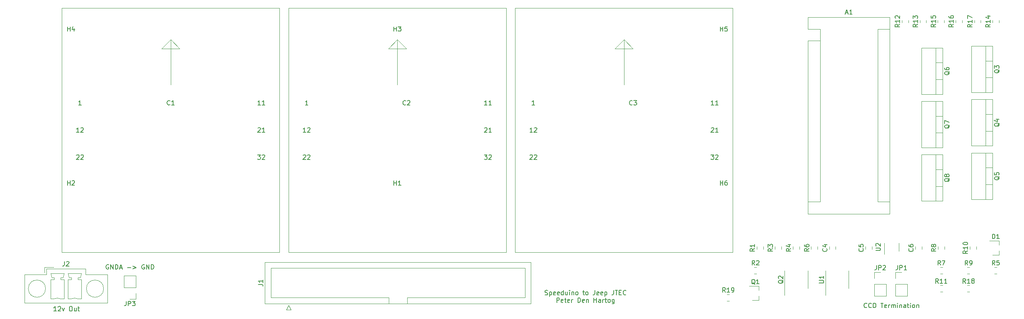
<source format=gbr>
%TF.GenerationSoftware,KiCad,Pcbnew,(5.1.6)-1*%
%TF.CreationDate,2021-10-09T12:03:34-05:00*%
%TF.ProjectId,Jeep JTEC,4a656570-204a-4544-9543-2e6b69636164,rev?*%
%TF.SameCoordinates,Original*%
%TF.FileFunction,Legend,Top*%
%TF.FilePolarity,Positive*%
%FSLAX46Y46*%
G04 Gerber Fmt 4.6, Leading zero omitted, Abs format (unit mm)*
G04 Created by KiCad (PCBNEW (5.1.6)-1) date 2021-10-09 12:03:34*
%MOMM*%
%LPD*%
G01*
G04 APERTURE LIST*
%ADD10C,0.150000*%
%ADD11C,0.120000*%
G04 APERTURE END LIST*
D10*
X223571428Y-128107142D02*
X223523809Y-128154761D01*
X223380952Y-128202380D01*
X223285714Y-128202380D01*
X223142857Y-128154761D01*
X223047619Y-128059523D01*
X223000000Y-127964285D01*
X222952380Y-127773809D01*
X222952380Y-127630952D01*
X223000000Y-127440476D01*
X223047619Y-127345238D01*
X223142857Y-127250000D01*
X223285714Y-127202380D01*
X223380952Y-127202380D01*
X223523809Y-127250000D01*
X223571428Y-127297619D01*
X224571428Y-128107142D02*
X224523809Y-128154761D01*
X224380952Y-128202380D01*
X224285714Y-128202380D01*
X224142857Y-128154761D01*
X224047619Y-128059523D01*
X224000000Y-127964285D01*
X223952380Y-127773809D01*
X223952380Y-127630952D01*
X224000000Y-127440476D01*
X224047619Y-127345238D01*
X224142857Y-127250000D01*
X224285714Y-127202380D01*
X224380952Y-127202380D01*
X224523809Y-127250000D01*
X224571428Y-127297619D01*
X225000000Y-128202380D02*
X225000000Y-127202380D01*
X225238095Y-127202380D01*
X225380952Y-127250000D01*
X225476190Y-127345238D01*
X225523809Y-127440476D01*
X225571428Y-127630952D01*
X225571428Y-127773809D01*
X225523809Y-127964285D01*
X225476190Y-128059523D01*
X225380952Y-128154761D01*
X225238095Y-128202380D01*
X225000000Y-128202380D01*
X226619047Y-127202380D02*
X227190476Y-127202380D01*
X226904761Y-128202380D02*
X226904761Y-127202380D01*
X227904761Y-128154761D02*
X227809523Y-128202380D01*
X227619047Y-128202380D01*
X227523809Y-128154761D01*
X227476190Y-128059523D01*
X227476190Y-127678571D01*
X227523809Y-127583333D01*
X227619047Y-127535714D01*
X227809523Y-127535714D01*
X227904761Y-127583333D01*
X227952380Y-127678571D01*
X227952380Y-127773809D01*
X227476190Y-127869047D01*
X228380952Y-128202380D02*
X228380952Y-127535714D01*
X228380952Y-127726190D02*
X228428571Y-127630952D01*
X228476190Y-127583333D01*
X228571428Y-127535714D01*
X228666666Y-127535714D01*
X229000000Y-128202380D02*
X229000000Y-127535714D01*
X229000000Y-127630952D02*
X229047619Y-127583333D01*
X229142857Y-127535714D01*
X229285714Y-127535714D01*
X229380952Y-127583333D01*
X229428571Y-127678571D01*
X229428571Y-128202380D01*
X229428571Y-127678571D02*
X229476190Y-127583333D01*
X229571428Y-127535714D01*
X229714285Y-127535714D01*
X229809523Y-127583333D01*
X229857142Y-127678571D01*
X229857142Y-128202380D01*
X230333333Y-128202380D02*
X230333333Y-127535714D01*
X230333333Y-127202380D02*
X230285714Y-127250000D01*
X230333333Y-127297619D01*
X230380952Y-127250000D01*
X230333333Y-127202380D01*
X230333333Y-127297619D01*
X230809523Y-127535714D02*
X230809523Y-128202380D01*
X230809523Y-127630952D02*
X230857142Y-127583333D01*
X230952380Y-127535714D01*
X231095238Y-127535714D01*
X231190476Y-127583333D01*
X231238095Y-127678571D01*
X231238095Y-128202380D01*
X232142857Y-128202380D02*
X232142857Y-127678571D01*
X232095238Y-127583333D01*
X232000000Y-127535714D01*
X231809523Y-127535714D01*
X231714285Y-127583333D01*
X232142857Y-128154761D02*
X232047619Y-128202380D01*
X231809523Y-128202380D01*
X231714285Y-128154761D01*
X231666666Y-128059523D01*
X231666666Y-127964285D01*
X231714285Y-127869047D01*
X231809523Y-127821428D01*
X232047619Y-127821428D01*
X232142857Y-127773809D01*
X232476190Y-127535714D02*
X232857142Y-127535714D01*
X232619047Y-127202380D02*
X232619047Y-128059523D01*
X232666666Y-128154761D01*
X232761904Y-128202380D01*
X232857142Y-128202380D01*
X233190476Y-128202380D02*
X233190476Y-127535714D01*
X233190476Y-127202380D02*
X233142857Y-127250000D01*
X233190476Y-127297619D01*
X233238095Y-127250000D01*
X233190476Y-127202380D01*
X233190476Y-127297619D01*
X233809523Y-128202380D02*
X233714285Y-128154761D01*
X233666666Y-128107142D01*
X233619047Y-128011904D01*
X233619047Y-127726190D01*
X233666666Y-127630952D01*
X233714285Y-127583333D01*
X233809523Y-127535714D01*
X233952380Y-127535714D01*
X234047619Y-127583333D01*
X234095238Y-127630952D01*
X234142857Y-127726190D01*
X234142857Y-128011904D01*
X234095238Y-128107142D01*
X234047619Y-128154761D01*
X233952380Y-128202380D01*
X233809523Y-128202380D01*
X234571428Y-127535714D02*
X234571428Y-128202380D01*
X234571428Y-127630952D02*
X234619047Y-127583333D01*
X234714285Y-127535714D01*
X234857142Y-127535714D01*
X234952380Y-127583333D01*
X235000000Y-127678571D01*
X235000000Y-128202380D01*
X152571428Y-125329761D02*
X152714285Y-125377380D01*
X152952380Y-125377380D01*
X153047619Y-125329761D01*
X153095238Y-125282142D01*
X153142857Y-125186904D01*
X153142857Y-125091666D01*
X153095238Y-124996428D01*
X153047619Y-124948809D01*
X152952380Y-124901190D01*
X152761904Y-124853571D01*
X152666666Y-124805952D01*
X152619047Y-124758333D01*
X152571428Y-124663095D01*
X152571428Y-124567857D01*
X152619047Y-124472619D01*
X152666666Y-124425000D01*
X152761904Y-124377380D01*
X153000000Y-124377380D01*
X153142857Y-124425000D01*
X153571428Y-124710714D02*
X153571428Y-125710714D01*
X153571428Y-124758333D02*
X153666666Y-124710714D01*
X153857142Y-124710714D01*
X153952380Y-124758333D01*
X154000000Y-124805952D01*
X154047619Y-124901190D01*
X154047619Y-125186904D01*
X154000000Y-125282142D01*
X153952380Y-125329761D01*
X153857142Y-125377380D01*
X153666666Y-125377380D01*
X153571428Y-125329761D01*
X154857142Y-125329761D02*
X154761904Y-125377380D01*
X154571428Y-125377380D01*
X154476190Y-125329761D01*
X154428571Y-125234523D01*
X154428571Y-124853571D01*
X154476190Y-124758333D01*
X154571428Y-124710714D01*
X154761904Y-124710714D01*
X154857142Y-124758333D01*
X154904761Y-124853571D01*
X154904761Y-124948809D01*
X154428571Y-125044047D01*
X155714285Y-125329761D02*
X155619047Y-125377380D01*
X155428571Y-125377380D01*
X155333333Y-125329761D01*
X155285714Y-125234523D01*
X155285714Y-124853571D01*
X155333333Y-124758333D01*
X155428571Y-124710714D01*
X155619047Y-124710714D01*
X155714285Y-124758333D01*
X155761904Y-124853571D01*
X155761904Y-124948809D01*
X155285714Y-125044047D01*
X156619047Y-125377380D02*
X156619047Y-124377380D01*
X156619047Y-125329761D02*
X156523809Y-125377380D01*
X156333333Y-125377380D01*
X156238095Y-125329761D01*
X156190476Y-125282142D01*
X156142857Y-125186904D01*
X156142857Y-124901190D01*
X156190476Y-124805952D01*
X156238095Y-124758333D01*
X156333333Y-124710714D01*
X156523809Y-124710714D01*
X156619047Y-124758333D01*
X157523809Y-124710714D02*
X157523809Y-125377380D01*
X157095238Y-124710714D02*
X157095238Y-125234523D01*
X157142857Y-125329761D01*
X157238095Y-125377380D01*
X157380952Y-125377380D01*
X157476190Y-125329761D01*
X157523809Y-125282142D01*
X158000000Y-125377380D02*
X158000000Y-124710714D01*
X158000000Y-124377380D02*
X157952380Y-124425000D01*
X158000000Y-124472619D01*
X158047619Y-124425000D01*
X158000000Y-124377380D01*
X158000000Y-124472619D01*
X158476190Y-124710714D02*
X158476190Y-125377380D01*
X158476190Y-124805952D02*
X158523809Y-124758333D01*
X158619047Y-124710714D01*
X158761904Y-124710714D01*
X158857142Y-124758333D01*
X158904761Y-124853571D01*
X158904761Y-125377380D01*
X159523809Y-125377380D02*
X159428571Y-125329761D01*
X159380952Y-125282142D01*
X159333333Y-125186904D01*
X159333333Y-124901190D01*
X159380952Y-124805952D01*
X159428571Y-124758333D01*
X159523809Y-124710714D01*
X159666666Y-124710714D01*
X159761904Y-124758333D01*
X159809523Y-124805952D01*
X159857142Y-124901190D01*
X159857142Y-125186904D01*
X159809523Y-125282142D01*
X159761904Y-125329761D01*
X159666666Y-125377380D01*
X159523809Y-125377380D01*
X160904761Y-124710714D02*
X161285714Y-124710714D01*
X161047619Y-124377380D02*
X161047619Y-125234523D01*
X161095238Y-125329761D01*
X161190476Y-125377380D01*
X161285714Y-125377380D01*
X161761904Y-125377380D02*
X161666666Y-125329761D01*
X161619047Y-125282142D01*
X161571428Y-125186904D01*
X161571428Y-124901190D01*
X161619047Y-124805952D01*
X161666666Y-124758333D01*
X161761904Y-124710714D01*
X161904761Y-124710714D01*
X162000000Y-124758333D01*
X162047619Y-124805952D01*
X162095238Y-124901190D01*
X162095238Y-125186904D01*
X162047619Y-125282142D01*
X162000000Y-125329761D01*
X161904761Y-125377380D01*
X161761904Y-125377380D01*
X163571428Y-124377380D02*
X163571428Y-125091666D01*
X163523809Y-125234523D01*
X163428571Y-125329761D01*
X163285714Y-125377380D01*
X163190476Y-125377380D01*
X164428571Y-125329761D02*
X164333333Y-125377380D01*
X164142857Y-125377380D01*
X164047619Y-125329761D01*
X164000000Y-125234523D01*
X164000000Y-124853571D01*
X164047619Y-124758333D01*
X164142857Y-124710714D01*
X164333333Y-124710714D01*
X164428571Y-124758333D01*
X164476190Y-124853571D01*
X164476190Y-124948809D01*
X164000000Y-125044047D01*
X165285714Y-125329761D02*
X165190476Y-125377380D01*
X165000000Y-125377380D01*
X164904761Y-125329761D01*
X164857142Y-125234523D01*
X164857142Y-124853571D01*
X164904761Y-124758333D01*
X165000000Y-124710714D01*
X165190476Y-124710714D01*
X165285714Y-124758333D01*
X165333333Y-124853571D01*
X165333333Y-124948809D01*
X164857142Y-125044047D01*
X165761904Y-124710714D02*
X165761904Y-125710714D01*
X165761904Y-124758333D02*
X165857142Y-124710714D01*
X166047619Y-124710714D01*
X166142857Y-124758333D01*
X166190476Y-124805952D01*
X166238095Y-124901190D01*
X166238095Y-125186904D01*
X166190476Y-125282142D01*
X166142857Y-125329761D01*
X166047619Y-125377380D01*
X165857142Y-125377380D01*
X165761904Y-125329761D01*
X167714285Y-124377380D02*
X167714285Y-125091666D01*
X167666666Y-125234523D01*
X167571428Y-125329761D01*
X167428571Y-125377380D01*
X167333333Y-125377380D01*
X168047619Y-124377380D02*
X168619047Y-124377380D01*
X168333333Y-125377380D02*
X168333333Y-124377380D01*
X168952380Y-124853571D02*
X169285714Y-124853571D01*
X169428571Y-125377380D02*
X168952380Y-125377380D01*
X168952380Y-124377380D01*
X169428571Y-124377380D01*
X170428571Y-125282142D02*
X170380952Y-125329761D01*
X170238095Y-125377380D01*
X170142857Y-125377380D01*
X170000000Y-125329761D01*
X169904761Y-125234523D01*
X169857142Y-125139285D01*
X169809523Y-124948809D01*
X169809523Y-124805952D01*
X169857142Y-124615476D01*
X169904761Y-124520238D01*
X170000000Y-124425000D01*
X170142857Y-124377380D01*
X170238095Y-124377380D01*
X170380952Y-124425000D01*
X170428571Y-124472619D01*
X155166666Y-127027380D02*
X155166666Y-126027380D01*
X155547619Y-126027380D01*
X155642857Y-126075000D01*
X155690476Y-126122619D01*
X155738095Y-126217857D01*
X155738095Y-126360714D01*
X155690476Y-126455952D01*
X155642857Y-126503571D01*
X155547619Y-126551190D01*
X155166666Y-126551190D01*
X156547619Y-126979761D02*
X156452380Y-127027380D01*
X156261904Y-127027380D01*
X156166666Y-126979761D01*
X156119047Y-126884523D01*
X156119047Y-126503571D01*
X156166666Y-126408333D01*
X156261904Y-126360714D01*
X156452380Y-126360714D01*
X156547619Y-126408333D01*
X156595238Y-126503571D01*
X156595238Y-126598809D01*
X156119047Y-126694047D01*
X156880952Y-126360714D02*
X157261904Y-126360714D01*
X157023809Y-126027380D02*
X157023809Y-126884523D01*
X157071428Y-126979761D01*
X157166666Y-127027380D01*
X157261904Y-127027380D01*
X157976190Y-126979761D02*
X157880952Y-127027380D01*
X157690476Y-127027380D01*
X157595238Y-126979761D01*
X157547619Y-126884523D01*
X157547619Y-126503571D01*
X157595238Y-126408333D01*
X157690476Y-126360714D01*
X157880952Y-126360714D01*
X157976190Y-126408333D01*
X158023809Y-126503571D01*
X158023809Y-126598809D01*
X157547619Y-126694047D01*
X158452380Y-127027380D02*
X158452380Y-126360714D01*
X158452380Y-126551190D02*
X158500000Y-126455952D01*
X158547619Y-126408333D01*
X158642857Y-126360714D01*
X158738095Y-126360714D01*
X159833333Y-127027380D02*
X159833333Y-126027380D01*
X160071428Y-126027380D01*
X160214285Y-126075000D01*
X160309523Y-126170238D01*
X160357142Y-126265476D01*
X160404761Y-126455952D01*
X160404761Y-126598809D01*
X160357142Y-126789285D01*
X160309523Y-126884523D01*
X160214285Y-126979761D01*
X160071428Y-127027380D01*
X159833333Y-127027380D01*
X161214285Y-126979761D02*
X161119047Y-127027380D01*
X160928571Y-127027380D01*
X160833333Y-126979761D01*
X160785714Y-126884523D01*
X160785714Y-126503571D01*
X160833333Y-126408333D01*
X160928571Y-126360714D01*
X161119047Y-126360714D01*
X161214285Y-126408333D01*
X161261904Y-126503571D01*
X161261904Y-126598809D01*
X160785714Y-126694047D01*
X161690476Y-126360714D02*
X161690476Y-127027380D01*
X161690476Y-126455952D02*
X161738095Y-126408333D01*
X161833333Y-126360714D01*
X161976190Y-126360714D01*
X162071428Y-126408333D01*
X162119047Y-126503571D01*
X162119047Y-127027380D01*
X163357142Y-127027380D02*
X163357142Y-126027380D01*
X163357142Y-126503571D02*
X163928571Y-126503571D01*
X163928571Y-127027380D02*
X163928571Y-126027380D01*
X164833333Y-127027380D02*
X164833333Y-126503571D01*
X164785714Y-126408333D01*
X164690476Y-126360714D01*
X164500000Y-126360714D01*
X164404761Y-126408333D01*
X164833333Y-126979761D02*
X164738095Y-127027380D01*
X164500000Y-127027380D01*
X164404761Y-126979761D01*
X164357142Y-126884523D01*
X164357142Y-126789285D01*
X164404761Y-126694047D01*
X164500000Y-126646428D01*
X164738095Y-126646428D01*
X164833333Y-126598809D01*
X165309523Y-127027380D02*
X165309523Y-126360714D01*
X165309523Y-126551190D02*
X165357142Y-126455952D01*
X165404761Y-126408333D01*
X165500000Y-126360714D01*
X165595238Y-126360714D01*
X165785714Y-126360714D02*
X166166666Y-126360714D01*
X165928571Y-126027380D02*
X165928571Y-126884523D01*
X165976190Y-126979761D01*
X166071428Y-127027380D01*
X166166666Y-127027380D01*
X166642857Y-127027380D02*
X166547619Y-126979761D01*
X166500000Y-126932142D01*
X166452380Y-126836904D01*
X166452380Y-126551190D01*
X166500000Y-126455952D01*
X166547619Y-126408333D01*
X166642857Y-126360714D01*
X166785714Y-126360714D01*
X166880952Y-126408333D01*
X166928571Y-126455952D01*
X166976190Y-126551190D01*
X166976190Y-126836904D01*
X166928571Y-126932142D01*
X166880952Y-126979761D01*
X166785714Y-127027380D01*
X166642857Y-127027380D01*
X167833333Y-126360714D02*
X167833333Y-127170238D01*
X167785714Y-127265476D01*
X167738095Y-127313095D01*
X167642857Y-127360714D01*
X167500000Y-127360714D01*
X167404761Y-127313095D01*
X167833333Y-126979761D02*
X167738095Y-127027380D01*
X167547619Y-127027380D01*
X167452380Y-126979761D01*
X167404761Y-126932142D01*
X167357142Y-126836904D01*
X167357142Y-126551190D01*
X167404761Y-126455952D01*
X167452380Y-126408333D01*
X167547619Y-126360714D01*
X167738095Y-126360714D01*
X167833333Y-126408333D01*
X44785714Y-128952380D02*
X44214285Y-128952380D01*
X44500000Y-128952380D02*
X44500000Y-127952380D01*
X44404761Y-128095238D01*
X44309523Y-128190476D01*
X44214285Y-128238095D01*
X45166666Y-128047619D02*
X45214285Y-128000000D01*
X45309523Y-127952380D01*
X45547619Y-127952380D01*
X45642857Y-128000000D01*
X45690476Y-128047619D01*
X45738095Y-128142857D01*
X45738095Y-128238095D01*
X45690476Y-128380952D01*
X45119047Y-128952380D01*
X45738095Y-128952380D01*
X46071428Y-128285714D02*
X46309523Y-128952380D01*
X46547619Y-128285714D01*
X47880952Y-127952380D02*
X48071428Y-127952380D01*
X48166666Y-128000000D01*
X48261904Y-128095238D01*
X48309523Y-128285714D01*
X48309523Y-128619047D01*
X48261904Y-128809523D01*
X48166666Y-128904761D01*
X48071428Y-128952380D01*
X47880952Y-128952380D01*
X47785714Y-128904761D01*
X47690476Y-128809523D01*
X47642857Y-128619047D01*
X47642857Y-128285714D01*
X47690476Y-128095238D01*
X47785714Y-128000000D01*
X47880952Y-127952380D01*
X49166666Y-128285714D02*
X49166666Y-128952380D01*
X48738095Y-128285714D02*
X48738095Y-128809523D01*
X48785714Y-128904761D01*
X48880952Y-128952380D01*
X49023809Y-128952380D01*
X49119047Y-128904761D01*
X49166666Y-128857142D01*
X49500000Y-128285714D02*
X49880952Y-128285714D01*
X49642857Y-127952380D02*
X49642857Y-128809523D01*
X49690476Y-128904761D01*
X49785714Y-128952380D01*
X49880952Y-128952380D01*
X56285714Y-118750000D02*
X56190476Y-118702380D01*
X56047619Y-118702380D01*
X55904761Y-118750000D01*
X55809523Y-118845238D01*
X55761904Y-118940476D01*
X55714285Y-119130952D01*
X55714285Y-119273809D01*
X55761904Y-119464285D01*
X55809523Y-119559523D01*
X55904761Y-119654761D01*
X56047619Y-119702380D01*
X56142857Y-119702380D01*
X56285714Y-119654761D01*
X56333333Y-119607142D01*
X56333333Y-119273809D01*
X56142857Y-119273809D01*
X56761904Y-119702380D02*
X56761904Y-118702380D01*
X57333333Y-119702380D01*
X57333333Y-118702380D01*
X57809523Y-119702380D02*
X57809523Y-118702380D01*
X58047619Y-118702380D01*
X58190476Y-118750000D01*
X58285714Y-118845238D01*
X58333333Y-118940476D01*
X58380952Y-119130952D01*
X58380952Y-119273809D01*
X58333333Y-119464285D01*
X58285714Y-119559523D01*
X58190476Y-119654761D01*
X58047619Y-119702380D01*
X57809523Y-119702380D01*
X58761904Y-119416666D02*
X59238095Y-119416666D01*
X58666666Y-119702380D02*
X59000000Y-118702380D01*
X59333333Y-119702380D01*
X60428571Y-119321428D02*
X61190476Y-119321428D01*
X61666666Y-119035714D02*
X62428571Y-119321428D01*
X61666666Y-119607142D01*
X64190476Y-118750000D02*
X64095238Y-118702380D01*
X63952380Y-118702380D01*
X63809523Y-118750000D01*
X63714285Y-118845238D01*
X63666666Y-118940476D01*
X63619047Y-119130952D01*
X63619047Y-119273809D01*
X63666666Y-119464285D01*
X63714285Y-119559523D01*
X63809523Y-119654761D01*
X63952380Y-119702380D01*
X64047619Y-119702380D01*
X64190476Y-119654761D01*
X64238095Y-119607142D01*
X64238095Y-119273809D01*
X64047619Y-119273809D01*
X64666666Y-119702380D02*
X64666666Y-118702380D01*
X65238095Y-119702380D01*
X65238095Y-118702380D01*
X65714285Y-119702380D02*
X65714285Y-118702380D01*
X65952380Y-118702380D01*
X66095238Y-118750000D01*
X66190476Y-118845238D01*
X66238095Y-118940476D01*
X66285714Y-119130952D01*
X66285714Y-119273809D01*
X66238095Y-119464285D01*
X66190476Y-119559523D01*
X66095238Y-119654761D01*
X65952380Y-119702380D01*
X65714285Y-119702380D01*
D11*
%TO.C,U2*%
X230610000Y-115720000D02*
X230610000Y-113920000D01*
X227390000Y-113920000D02*
X227390000Y-116370000D01*
%TO.C,R19*%
X192741422Y-125290000D02*
X193258578Y-125290000D01*
X192741422Y-126710000D02*
X193258578Y-126710000D01*
%TO.C,C1*%
X46000000Y-62000000D02*
X94000000Y-62000000D01*
X94000000Y-62000000D02*
X94000000Y-116000000D01*
X94000000Y-116000000D02*
X46000000Y-116000000D01*
X46000000Y-116000000D02*
X46000000Y-62000000D01*
X70000000Y-79000000D02*
X70000000Y-69000000D01*
X70000000Y-69000000D02*
X68000000Y-71000000D01*
X68000000Y-71000000D02*
X72000000Y-71000000D01*
X72000000Y-71000000D02*
X70000000Y-69000000D01*
%TO.C,C3*%
X146000000Y-62000000D02*
X194000000Y-62000000D01*
X194000000Y-62000000D02*
X194000000Y-116000000D01*
X194000000Y-116000000D02*
X146000000Y-116000000D01*
X146000000Y-116000000D02*
X146000000Y-62000000D01*
X170000000Y-79000000D02*
X170000000Y-69000000D01*
X170000000Y-69000000D02*
X168000000Y-71000000D01*
X168000000Y-71000000D02*
X172000000Y-71000000D01*
X172000000Y-71000000D02*
X170000000Y-69000000D01*
%TO.C,C2*%
X96000000Y-62000000D02*
X144000000Y-62000000D01*
X144000000Y-62000000D02*
X144000000Y-116000000D01*
X144000000Y-116000000D02*
X96000000Y-116000000D01*
X96000000Y-116000000D02*
X96000000Y-62000000D01*
X120000000Y-79000000D02*
X120000000Y-69000000D01*
X120000000Y-69000000D02*
X118000000Y-71000000D01*
X118000000Y-71000000D02*
X122000000Y-71000000D01*
X122000000Y-71000000D02*
X120000000Y-69000000D01*
%TO.C,JP3*%
X62330000Y-126330000D02*
X61000000Y-126330000D01*
X62330000Y-125000000D02*
X62330000Y-126330000D01*
X62330000Y-123730000D02*
X59670000Y-123730000D01*
X59670000Y-123730000D02*
X59670000Y-121130000D01*
X62330000Y-123730000D02*
X62330000Y-121130000D01*
X62330000Y-121130000D02*
X59670000Y-121130000D01*
%TO.C,J2*%
X42200000Y-119250000D02*
X44200000Y-119250000D01*
X42200000Y-120500000D02*
X42200000Y-119250000D01*
X50310000Y-126250000D02*
X49560000Y-126250000D01*
X50310000Y-121950000D02*
X50310000Y-126250000D01*
X49560000Y-121950000D02*
X50310000Y-121950000D01*
X49560000Y-121600000D02*
X49560000Y-121950000D01*
X50060000Y-121600000D02*
X49560000Y-121600000D01*
X50310000Y-120600000D02*
X50060000Y-121600000D01*
X47310000Y-120600000D02*
X50310000Y-120600000D01*
X47560000Y-121600000D02*
X47310000Y-120600000D01*
X48060000Y-121600000D02*
X47560000Y-121600000D01*
X48060000Y-121950000D02*
X48060000Y-121600000D01*
X47310000Y-121950000D02*
X48060000Y-121950000D01*
X47310000Y-126250000D02*
X47310000Y-121950000D01*
X48060000Y-126250000D02*
X47310000Y-126250000D01*
X46500000Y-126250000D02*
X45750000Y-126250000D01*
X46500000Y-121950000D02*
X46500000Y-126250000D01*
X45750000Y-121950000D02*
X46500000Y-121950000D01*
X45750000Y-121600000D02*
X45750000Y-121950000D01*
X46250000Y-121600000D02*
X45750000Y-121600000D01*
X46500000Y-120600000D02*
X46250000Y-121600000D01*
X43500000Y-120600000D02*
X46500000Y-120600000D01*
X43750000Y-121600000D02*
X43500000Y-120600000D01*
X44250000Y-121600000D02*
X43750000Y-121600000D01*
X44250000Y-121950000D02*
X44250000Y-121600000D01*
X43500000Y-121950000D02*
X44250000Y-121950000D01*
X43500000Y-126250000D02*
X43500000Y-121950000D01*
X44250000Y-126250000D02*
X43500000Y-126250000D01*
X37790000Y-120890000D02*
X37790000Y-127110000D01*
X42590000Y-120890000D02*
X37790000Y-120890000D01*
X42590000Y-119640000D02*
X42590000Y-120890000D01*
X51220000Y-119640000D02*
X42590000Y-119640000D01*
X51220000Y-120890000D02*
X51220000Y-119640000D01*
X56020000Y-120890000D02*
X51220000Y-120890000D01*
X56020000Y-127110000D02*
X56020000Y-120890000D01*
X37790000Y-127110000D02*
X56020000Y-127110000D01*
X55210000Y-124000000D02*
G75*
G03*
X55210000Y-124000000I-1900000J0D01*
G01*
X42400000Y-124000000D02*
G75*
G03*
X42400000Y-124000000I-1900000J0D01*
G01*
X49559647Y-126249845D02*
G75*
G03*
X48060000Y-126250000I-749647J-1700155D01*
G01*
X45749647Y-126249845D02*
G75*
G03*
X44250000Y-126250000I-749647J-1700155D01*
G01*
%TO.C,U1*%
X219560000Y-122000000D02*
X219560000Y-120050000D01*
X219560000Y-122000000D02*
X219560000Y-123950000D01*
X214440000Y-122000000D02*
X214440000Y-120050000D01*
X214440000Y-122000000D02*
X214440000Y-125450000D01*
%TO.C,R18*%
X245741422Y-123290000D02*
X246258578Y-123290000D01*
X245741422Y-124710000D02*
X246258578Y-124710000D01*
%TO.C,R17*%
X247290000Y-65258578D02*
X247290000Y-64741422D01*
X248710000Y-65258578D02*
X248710000Y-64741422D01*
%TO.C,R16*%
X243170000Y-65228578D02*
X243170000Y-64711422D01*
X244590000Y-65228578D02*
X244590000Y-64711422D01*
%TO.C,R15*%
X239220000Y-65228578D02*
X239220000Y-64711422D01*
X240640000Y-65228578D02*
X240640000Y-64711422D01*
%TO.C,R14*%
X251290000Y-65258578D02*
X251290000Y-64741422D01*
X252710000Y-65258578D02*
X252710000Y-64741422D01*
%TO.C,R13*%
X235270000Y-65228578D02*
X235270000Y-64711422D01*
X236690000Y-65228578D02*
X236690000Y-64711422D01*
%TO.C,R12*%
X231320000Y-65228578D02*
X231320000Y-64711422D01*
X232740000Y-65228578D02*
X232740000Y-64711422D01*
%TO.C,R11*%
X239741422Y-123290000D02*
X240258578Y-123290000D01*
X239741422Y-124710000D02*
X240258578Y-124710000D01*
%TO.C,R10*%
X246290000Y-115258578D02*
X246290000Y-114741422D01*
X247710000Y-115258578D02*
X247710000Y-114741422D01*
%TO.C,R9*%
X245741422Y-119290000D02*
X246258578Y-119290000D01*
X245741422Y-120710000D02*
X246258578Y-120710000D01*
%TO.C,R8*%
X239290000Y-115258578D02*
X239290000Y-114741422D01*
X240710000Y-115258578D02*
X240710000Y-114741422D01*
%TO.C,R7*%
X239741422Y-119290000D02*
X240258578Y-119290000D01*
X239741422Y-120710000D02*
X240258578Y-120710000D01*
%TO.C,R6*%
X211290000Y-115258578D02*
X211290000Y-114741422D01*
X212710000Y-115258578D02*
X212710000Y-114741422D01*
%TO.C,R5*%
X251741422Y-119290000D02*
X252258578Y-119290000D01*
X251741422Y-120710000D02*
X252258578Y-120710000D01*
%TO.C,R4*%
X207290000Y-115258578D02*
X207290000Y-114741422D01*
X208710000Y-115258578D02*
X208710000Y-114741422D01*
%TO.C,R3*%
X203290000Y-115258578D02*
X203290000Y-114741422D01*
X204710000Y-115258578D02*
X204710000Y-114741422D01*
%TO.C,R2*%
X198741422Y-119290000D02*
X199258578Y-119290000D01*
X198741422Y-120710000D02*
X199258578Y-120710000D01*
%TO.C,R1*%
X199290000Y-115258578D02*
X199290000Y-114741422D01*
X200710000Y-115258578D02*
X200710000Y-114741422D01*
%TO.C,Q8*%
X240270000Y-94420000D02*
X240270000Y-104660000D01*
X235629000Y-94420000D02*
X235629000Y-104660000D01*
X240270000Y-94420000D02*
X235629000Y-94420000D01*
X240270000Y-104660000D02*
X235629000Y-104660000D01*
X238760000Y-94420000D02*
X238760000Y-104660000D01*
X240270000Y-97690000D02*
X238760000Y-97690000D01*
X240270000Y-101391000D02*
X238760000Y-101391000D01*
%TO.C,Q7*%
X240270000Y-82620000D02*
X240270000Y-92860000D01*
X235629000Y-82620000D02*
X235629000Y-92860000D01*
X240270000Y-82620000D02*
X235629000Y-82620000D01*
X240270000Y-92860000D02*
X235629000Y-92860000D01*
X238760000Y-82620000D02*
X238760000Y-92860000D01*
X240270000Y-85890000D02*
X238760000Y-85890000D01*
X240270000Y-89591000D02*
X238760000Y-89591000D01*
%TO.C,Q6*%
X240270000Y-70820000D02*
X240270000Y-81060000D01*
X235629000Y-70820000D02*
X235629000Y-81060000D01*
X240270000Y-70820000D02*
X235629000Y-70820000D01*
X240270000Y-81060000D02*
X235629000Y-81060000D01*
X238760000Y-70820000D02*
X238760000Y-81060000D01*
X240270000Y-74090000D02*
X238760000Y-74090000D01*
X240270000Y-77791000D02*
X238760000Y-77791000D01*
%TO.C,Q5*%
X251270000Y-94020000D02*
X251270000Y-104260000D01*
X246629000Y-94020000D02*
X246629000Y-104260000D01*
X251270000Y-94020000D02*
X246629000Y-94020000D01*
X251270000Y-104260000D02*
X246629000Y-104260000D01*
X249760000Y-94020000D02*
X249760000Y-104260000D01*
X251270000Y-97290000D02*
X249760000Y-97290000D01*
X251270000Y-100991000D02*
X249760000Y-100991000D01*
%TO.C,Q4*%
X251270000Y-82220000D02*
X251270000Y-92460000D01*
X246629000Y-82220000D02*
X246629000Y-92460000D01*
X251270000Y-82220000D02*
X246629000Y-82220000D01*
X251270000Y-92460000D02*
X246629000Y-92460000D01*
X249760000Y-82220000D02*
X249760000Y-92460000D01*
X251270000Y-85490000D02*
X249760000Y-85490000D01*
X251270000Y-89191000D02*
X249760000Y-89191000D01*
%TO.C,Q3*%
X251270000Y-70420000D02*
X251270000Y-80660000D01*
X246629000Y-70420000D02*
X246629000Y-80660000D01*
X251270000Y-70420000D02*
X246629000Y-70420000D01*
X251270000Y-80660000D02*
X246629000Y-80660000D01*
X249760000Y-70420000D02*
X249760000Y-80660000D01*
X251270000Y-73690000D02*
X249760000Y-73690000D01*
X251270000Y-77391000D02*
X249760000Y-77391000D01*
%TO.C,Q2*%
X210560000Y-122000000D02*
X210560000Y-120050000D01*
X210560000Y-122000000D02*
X210560000Y-123950000D01*
X205440000Y-122000000D02*
X205440000Y-120050000D01*
X205440000Y-122000000D02*
X205440000Y-125450000D01*
%TO.C,Q1*%
X199760000Y-126580000D02*
X199760000Y-125650000D01*
X199760000Y-123420000D02*
X199760000Y-124350000D01*
X199760000Y-123420000D02*
X197600000Y-123420000D01*
X199760000Y-126580000D02*
X198300000Y-126580000D01*
%TO.C,JP2*%
X225210000Y-125610000D02*
X227870000Y-125610000D01*
X225210000Y-123010000D02*
X225210000Y-125610000D01*
X227870000Y-123010000D02*
X227870000Y-125610000D01*
X225210000Y-123010000D02*
X227870000Y-123010000D01*
X225210000Y-121740000D02*
X225210000Y-120410000D01*
X225210000Y-120410000D02*
X226540000Y-120410000D01*
%TO.C,JP1*%
X229860000Y-125610000D02*
X232520000Y-125610000D01*
X229860000Y-123010000D02*
X229860000Y-125610000D01*
X232520000Y-123010000D02*
X232520000Y-125610000D01*
X229860000Y-123010000D02*
X232520000Y-123010000D01*
X229860000Y-121740000D02*
X229860000Y-120410000D01*
X229860000Y-120410000D02*
X231190000Y-120410000D01*
%TO.C,J1*%
X90790000Y-127290000D02*
X90790000Y-118170000D01*
X90790000Y-118170000D02*
X149470000Y-118170000D01*
X149470000Y-118170000D02*
X149470000Y-127290000D01*
X149470000Y-127290000D02*
X90790000Y-127290000D01*
X118080000Y-127290000D02*
X118080000Y-125980000D01*
X118080000Y-125980000D02*
X92090000Y-125980000D01*
X92090000Y-125980000D02*
X92090000Y-119480000D01*
X92090000Y-119480000D02*
X148170000Y-119480000D01*
X148170000Y-119480000D02*
X148170000Y-125980000D01*
X148170000Y-125980000D02*
X122180000Y-125980000D01*
X122180000Y-125980000D02*
X122180000Y-125980000D01*
X122180000Y-125980000D02*
X122180000Y-127290000D01*
X96000000Y-127680000D02*
X95500000Y-128680000D01*
X95500000Y-128680000D02*
X96500000Y-128680000D01*
X96500000Y-128680000D02*
X96000000Y-127680000D01*
%TO.C,D1*%
X252760000Y-116580000D02*
X252760000Y-115650000D01*
X252760000Y-113420000D02*
X252760000Y-114350000D01*
X252760000Y-113420000D02*
X250600000Y-113420000D01*
X252760000Y-116580000D02*
X251300000Y-116580000D01*
%TO.C,C6*%
X234290000Y-115258578D02*
X234290000Y-114741422D01*
X235710000Y-115258578D02*
X235710000Y-114741422D01*
%TO.C,C5*%
X223290000Y-115258578D02*
X223290000Y-114741422D01*
X224710000Y-115258578D02*
X224710000Y-114741422D01*
%TO.C,C4*%
X215290000Y-115258578D02*
X215290000Y-114741422D01*
X216710000Y-115258578D02*
X216710000Y-114741422D01*
%TO.C,A1*%
X213270000Y-69270000D02*
X213270000Y-66730000D01*
X213270000Y-66730000D02*
X210600000Y-66730000D01*
X210600000Y-69270000D02*
X210600000Y-107500000D01*
X210600000Y-64060000D02*
X210600000Y-66730000D01*
X225970000Y-66730000D02*
X228640000Y-66730000D01*
X225970000Y-66730000D02*
X225970000Y-104830000D01*
X225970000Y-104830000D02*
X228640000Y-104830000D01*
X213270000Y-69270000D02*
X210600000Y-69270000D01*
X213270000Y-69270000D02*
X213270000Y-104830000D01*
X213270000Y-104830000D02*
X210600000Y-104830000D01*
X210600000Y-107500000D02*
X228640000Y-107500000D01*
X228640000Y-107500000D02*
X228640000Y-64060000D01*
X228640000Y-64060000D02*
X210600000Y-64060000D01*
%TO.C,U2*%
D10*
X225552380Y-115581904D02*
X226361904Y-115581904D01*
X226457142Y-115534285D01*
X226504761Y-115486666D01*
X226552380Y-115391428D01*
X226552380Y-115200952D01*
X226504761Y-115105714D01*
X226457142Y-115058095D01*
X226361904Y-115010476D01*
X225552380Y-115010476D01*
X225647619Y-114581904D02*
X225600000Y-114534285D01*
X225552380Y-114439047D01*
X225552380Y-114200952D01*
X225600000Y-114105714D01*
X225647619Y-114058095D01*
X225742857Y-114010476D01*
X225838095Y-114010476D01*
X225980952Y-114058095D01*
X226552380Y-114629523D01*
X226552380Y-114010476D01*
%TO.C,R19*%
X192357142Y-124802380D02*
X192023809Y-124326190D01*
X191785714Y-124802380D02*
X191785714Y-123802380D01*
X192166666Y-123802380D01*
X192261904Y-123850000D01*
X192309523Y-123897619D01*
X192357142Y-123992857D01*
X192357142Y-124135714D01*
X192309523Y-124230952D01*
X192261904Y-124278571D01*
X192166666Y-124326190D01*
X191785714Y-124326190D01*
X193309523Y-124802380D02*
X192738095Y-124802380D01*
X193023809Y-124802380D02*
X193023809Y-123802380D01*
X192928571Y-123945238D01*
X192833333Y-124040476D01*
X192738095Y-124088095D01*
X193785714Y-124802380D02*
X193976190Y-124802380D01*
X194071428Y-124754761D01*
X194119047Y-124707142D01*
X194214285Y-124564285D01*
X194261904Y-124373809D01*
X194261904Y-123992857D01*
X194214285Y-123897619D01*
X194166666Y-123850000D01*
X194071428Y-123802380D01*
X193880952Y-123802380D01*
X193785714Y-123850000D01*
X193738095Y-123897619D01*
X193690476Y-123992857D01*
X193690476Y-124230952D01*
X193738095Y-124326190D01*
X193785714Y-124373809D01*
X193880952Y-124421428D01*
X194071428Y-124421428D01*
X194166666Y-124373809D01*
X194214285Y-124326190D01*
X194261904Y-124230952D01*
%TO.C,C1*%
X69833333Y-83357142D02*
X69785714Y-83404761D01*
X69642857Y-83452380D01*
X69547619Y-83452380D01*
X69404761Y-83404761D01*
X69309523Y-83309523D01*
X69261904Y-83214285D01*
X69214285Y-83023809D01*
X69214285Y-82880952D01*
X69261904Y-82690476D01*
X69309523Y-82595238D01*
X69404761Y-82500000D01*
X69547619Y-82452380D01*
X69642857Y-82452380D01*
X69785714Y-82500000D01*
X69833333Y-82547619D01*
X70785714Y-83452380D02*
X70214285Y-83452380D01*
X70500000Y-83452380D02*
X70500000Y-82452380D01*
X70404761Y-82595238D01*
X70309523Y-82690476D01*
X70214285Y-82738095D01*
X50285714Y-83452380D02*
X49714285Y-83452380D01*
X50000000Y-83452380D02*
X50000000Y-82452380D01*
X49904761Y-82595238D01*
X49809523Y-82690476D01*
X49714285Y-82738095D01*
X89809523Y-83452380D02*
X89238095Y-83452380D01*
X89523809Y-83452380D02*
X89523809Y-82452380D01*
X89428571Y-82595238D01*
X89333333Y-82690476D01*
X89238095Y-82738095D01*
X90761904Y-83452380D02*
X90190476Y-83452380D01*
X90476190Y-83452380D02*
X90476190Y-82452380D01*
X90380952Y-82595238D01*
X90285714Y-82690476D01*
X90190476Y-82738095D01*
X49238095Y-94547619D02*
X49285714Y-94500000D01*
X49380952Y-94452380D01*
X49619047Y-94452380D01*
X49714285Y-94500000D01*
X49761904Y-94547619D01*
X49809523Y-94642857D01*
X49809523Y-94738095D01*
X49761904Y-94880952D01*
X49190476Y-95452380D01*
X49809523Y-95452380D01*
X50190476Y-94547619D02*
X50238095Y-94500000D01*
X50333333Y-94452380D01*
X50571428Y-94452380D01*
X50666666Y-94500000D01*
X50714285Y-94547619D01*
X50761904Y-94642857D01*
X50761904Y-94738095D01*
X50714285Y-94880952D01*
X50142857Y-95452380D01*
X50761904Y-95452380D01*
X89190476Y-94452380D02*
X89809523Y-94452380D01*
X89476190Y-94833333D01*
X89619047Y-94833333D01*
X89714285Y-94880952D01*
X89761904Y-94928571D01*
X89809523Y-95023809D01*
X89809523Y-95261904D01*
X89761904Y-95357142D01*
X89714285Y-95404761D01*
X89619047Y-95452380D01*
X89333333Y-95452380D01*
X89238095Y-95404761D01*
X89190476Y-95357142D01*
X90190476Y-94547619D02*
X90238095Y-94500000D01*
X90333333Y-94452380D01*
X90571428Y-94452380D01*
X90666666Y-94500000D01*
X90714285Y-94547619D01*
X90761904Y-94642857D01*
X90761904Y-94738095D01*
X90714285Y-94880952D01*
X90142857Y-95452380D01*
X90761904Y-95452380D01*
X49809523Y-89452380D02*
X49238095Y-89452380D01*
X49523809Y-89452380D02*
X49523809Y-88452380D01*
X49428571Y-88595238D01*
X49333333Y-88690476D01*
X49238095Y-88738095D01*
X50190476Y-88547619D02*
X50238095Y-88500000D01*
X50333333Y-88452380D01*
X50571428Y-88452380D01*
X50666666Y-88500000D01*
X50714285Y-88547619D01*
X50761904Y-88642857D01*
X50761904Y-88738095D01*
X50714285Y-88880952D01*
X50142857Y-89452380D01*
X50761904Y-89452380D01*
X89238095Y-88547619D02*
X89285714Y-88500000D01*
X89380952Y-88452380D01*
X89619047Y-88452380D01*
X89714285Y-88500000D01*
X89761904Y-88547619D01*
X89809523Y-88642857D01*
X89809523Y-88738095D01*
X89761904Y-88880952D01*
X89190476Y-89452380D01*
X89809523Y-89452380D01*
X90761904Y-89452380D02*
X90190476Y-89452380D01*
X90476190Y-89452380D02*
X90476190Y-88452380D01*
X90380952Y-88595238D01*
X90285714Y-88690476D01*
X90190476Y-88738095D01*
%TO.C,C3*%
X171833333Y-83357142D02*
X171785714Y-83404761D01*
X171642857Y-83452380D01*
X171547619Y-83452380D01*
X171404761Y-83404761D01*
X171309523Y-83309523D01*
X171261904Y-83214285D01*
X171214285Y-83023809D01*
X171214285Y-82880952D01*
X171261904Y-82690476D01*
X171309523Y-82595238D01*
X171404761Y-82500000D01*
X171547619Y-82452380D01*
X171642857Y-82452380D01*
X171785714Y-82500000D01*
X171833333Y-82547619D01*
X172166666Y-82452380D02*
X172785714Y-82452380D01*
X172452380Y-82833333D01*
X172595238Y-82833333D01*
X172690476Y-82880952D01*
X172738095Y-82928571D01*
X172785714Y-83023809D01*
X172785714Y-83261904D01*
X172738095Y-83357142D01*
X172690476Y-83404761D01*
X172595238Y-83452380D01*
X172309523Y-83452380D01*
X172214285Y-83404761D01*
X172166666Y-83357142D01*
X150285714Y-83452380D02*
X149714285Y-83452380D01*
X150000000Y-83452380D02*
X150000000Y-82452380D01*
X149904761Y-82595238D01*
X149809523Y-82690476D01*
X149714285Y-82738095D01*
X189809523Y-83452380D02*
X189238095Y-83452380D01*
X189523809Y-83452380D02*
X189523809Y-82452380D01*
X189428571Y-82595238D01*
X189333333Y-82690476D01*
X189238095Y-82738095D01*
X190761904Y-83452380D02*
X190190476Y-83452380D01*
X190476190Y-83452380D02*
X190476190Y-82452380D01*
X190380952Y-82595238D01*
X190285714Y-82690476D01*
X190190476Y-82738095D01*
X149238095Y-94547619D02*
X149285714Y-94500000D01*
X149380952Y-94452380D01*
X149619047Y-94452380D01*
X149714285Y-94500000D01*
X149761904Y-94547619D01*
X149809523Y-94642857D01*
X149809523Y-94738095D01*
X149761904Y-94880952D01*
X149190476Y-95452380D01*
X149809523Y-95452380D01*
X150190476Y-94547619D02*
X150238095Y-94500000D01*
X150333333Y-94452380D01*
X150571428Y-94452380D01*
X150666666Y-94500000D01*
X150714285Y-94547619D01*
X150761904Y-94642857D01*
X150761904Y-94738095D01*
X150714285Y-94880952D01*
X150142857Y-95452380D01*
X150761904Y-95452380D01*
X189190476Y-94452380D02*
X189809523Y-94452380D01*
X189476190Y-94833333D01*
X189619047Y-94833333D01*
X189714285Y-94880952D01*
X189761904Y-94928571D01*
X189809523Y-95023809D01*
X189809523Y-95261904D01*
X189761904Y-95357142D01*
X189714285Y-95404761D01*
X189619047Y-95452380D01*
X189333333Y-95452380D01*
X189238095Y-95404761D01*
X189190476Y-95357142D01*
X190190476Y-94547619D02*
X190238095Y-94500000D01*
X190333333Y-94452380D01*
X190571428Y-94452380D01*
X190666666Y-94500000D01*
X190714285Y-94547619D01*
X190761904Y-94642857D01*
X190761904Y-94738095D01*
X190714285Y-94880952D01*
X190142857Y-95452380D01*
X190761904Y-95452380D01*
X149809523Y-89452380D02*
X149238095Y-89452380D01*
X149523809Y-89452380D02*
X149523809Y-88452380D01*
X149428571Y-88595238D01*
X149333333Y-88690476D01*
X149238095Y-88738095D01*
X150190476Y-88547619D02*
X150238095Y-88500000D01*
X150333333Y-88452380D01*
X150571428Y-88452380D01*
X150666666Y-88500000D01*
X150714285Y-88547619D01*
X150761904Y-88642857D01*
X150761904Y-88738095D01*
X150714285Y-88880952D01*
X150142857Y-89452380D01*
X150761904Y-89452380D01*
X189238095Y-88547619D02*
X189285714Y-88500000D01*
X189380952Y-88452380D01*
X189619047Y-88452380D01*
X189714285Y-88500000D01*
X189761904Y-88547619D01*
X189809523Y-88642857D01*
X189809523Y-88738095D01*
X189761904Y-88880952D01*
X189190476Y-89452380D01*
X189809523Y-89452380D01*
X190761904Y-89452380D02*
X190190476Y-89452380D01*
X190476190Y-89452380D02*
X190476190Y-88452380D01*
X190380952Y-88595238D01*
X190285714Y-88690476D01*
X190190476Y-88738095D01*
%TO.C,C2*%
X121833333Y-83357142D02*
X121785714Y-83404761D01*
X121642857Y-83452380D01*
X121547619Y-83452380D01*
X121404761Y-83404761D01*
X121309523Y-83309523D01*
X121261904Y-83214285D01*
X121214285Y-83023809D01*
X121214285Y-82880952D01*
X121261904Y-82690476D01*
X121309523Y-82595238D01*
X121404761Y-82500000D01*
X121547619Y-82452380D01*
X121642857Y-82452380D01*
X121785714Y-82500000D01*
X121833333Y-82547619D01*
X122214285Y-82547619D02*
X122261904Y-82500000D01*
X122357142Y-82452380D01*
X122595238Y-82452380D01*
X122690476Y-82500000D01*
X122738095Y-82547619D01*
X122785714Y-82642857D01*
X122785714Y-82738095D01*
X122738095Y-82880952D01*
X122166666Y-83452380D01*
X122785714Y-83452380D01*
X100285714Y-83452380D02*
X99714285Y-83452380D01*
X100000000Y-83452380D02*
X100000000Y-82452380D01*
X99904761Y-82595238D01*
X99809523Y-82690476D01*
X99714285Y-82738095D01*
X139809523Y-83452380D02*
X139238095Y-83452380D01*
X139523809Y-83452380D02*
X139523809Y-82452380D01*
X139428571Y-82595238D01*
X139333333Y-82690476D01*
X139238095Y-82738095D01*
X140761904Y-83452380D02*
X140190476Y-83452380D01*
X140476190Y-83452380D02*
X140476190Y-82452380D01*
X140380952Y-82595238D01*
X140285714Y-82690476D01*
X140190476Y-82738095D01*
X99238095Y-94547619D02*
X99285714Y-94500000D01*
X99380952Y-94452380D01*
X99619047Y-94452380D01*
X99714285Y-94500000D01*
X99761904Y-94547619D01*
X99809523Y-94642857D01*
X99809523Y-94738095D01*
X99761904Y-94880952D01*
X99190476Y-95452380D01*
X99809523Y-95452380D01*
X100190476Y-94547619D02*
X100238095Y-94500000D01*
X100333333Y-94452380D01*
X100571428Y-94452380D01*
X100666666Y-94500000D01*
X100714285Y-94547619D01*
X100761904Y-94642857D01*
X100761904Y-94738095D01*
X100714285Y-94880952D01*
X100142857Y-95452380D01*
X100761904Y-95452380D01*
X139190476Y-94452380D02*
X139809523Y-94452380D01*
X139476190Y-94833333D01*
X139619047Y-94833333D01*
X139714285Y-94880952D01*
X139761904Y-94928571D01*
X139809523Y-95023809D01*
X139809523Y-95261904D01*
X139761904Y-95357142D01*
X139714285Y-95404761D01*
X139619047Y-95452380D01*
X139333333Y-95452380D01*
X139238095Y-95404761D01*
X139190476Y-95357142D01*
X140190476Y-94547619D02*
X140238095Y-94500000D01*
X140333333Y-94452380D01*
X140571428Y-94452380D01*
X140666666Y-94500000D01*
X140714285Y-94547619D01*
X140761904Y-94642857D01*
X140761904Y-94738095D01*
X140714285Y-94880952D01*
X140142857Y-95452380D01*
X140761904Y-95452380D01*
X99809523Y-89452380D02*
X99238095Y-89452380D01*
X99523809Y-89452380D02*
X99523809Y-88452380D01*
X99428571Y-88595238D01*
X99333333Y-88690476D01*
X99238095Y-88738095D01*
X100190476Y-88547619D02*
X100238095Y-88500000D01*
X100333333Y-88452380D01*
X100571428Y-88452380D01*
X100666666Y-88500000D01*
X100714285Y-88547619D01*
X100761904Y-88642857D01*
X100761904Y-88738095D01*
X100714285Y-88880952D01*
X100142857Y-89452380D01*
X100761904Y-89452380D01*
X139238095Y-88547619D02*
X139285714Y-88500000D01*
X139380952Y-88452380D01*
X139619047Y-88452380D01*
X139714285Y-88500000D01*
X139761904Y-88547619D01*
X139809523Y-88642857D01*
X139809523Y-88738095D01*
X139761904Y-88880952D01*
X139190476Y-89452380D01*
X139809523Y-89452380D01*
X140761904Y-89452380D02*
X140190476Y-89452380D01*
X140476190Y-89452380D02*
X140476190Y-88452380D01*
X140380952Y-88595238D01*
X140285714Y-88690476D01*
X140190476Y-88738095D01*
%TO.C,H6*%
X191238095Y-101152380D02*
X191238095Y-100152380D01*
X191238095Y-100628571D02*
X191809523Y-100628571D01*
X191809523Y-101152380D02*
X191809523Y-100152380D01*
X192714285Y-100152380D02*
X192523809Y-100152380D01*
X192428571Y-100200000D01*
X192380952Y-100247619D01*
X192285714Y-100390476D01*
X192238095Y-100580952D01*
X192238095Y-100961904D01*
X192285714Y-101057142D01*
X192333333Y-101104761D01*
X192428571Y-101152380D01*
X192619047Y-101152380D01*
X192714285Y-101104761D01*
X192761904Y-101057142D01*
X192809523Y-100961904D01*
X192809523Y-100723809D01*
X192761904Y-100628571D01*
X192714285Y-100580952D01*
X192619047Y-100533333D01*
X192428571Y-100533333D01*
X192333333Y-100580952D01*
X192285714Y-100628571D01*
X192238095Y-100723809D01*
%TO.C,H5*%
X191238095Y-67152380D02*
X191238095Y-66152380D01*
X191238095Y-66628571D02*
X191809523Y-66628571D01*
X191809523Y-67152380D02*
X191809523Y-66152380D01*
X192761904Y-66152380D02*
X192285714Y-66152380D01*
X192238095Y-66628571D01*
X192285714Y-66580952D01*
X192380952Y-66533333D01*
X192619047Y-66533333D01*
X192714285Y-66580952D01*
X192761904Y-66628571D01*
X192809523Y-66723809D01*
X192809523Y-66961904D01*
X192761904Y-67057142D01*
X192714285Y-67104761D01*
X192619047Y-67152380D01*
X192380952Y-67152380D01*
X192285714Y-67104761D01*
X192238095Y-67057142D01*
%TO.C,H4*%
X47238095Y-67152380D02*
X47238095Y-66152380D01*
X47238095Y-66628571D02*
X47809523Y-66628571D01*
X47809523Y-67152380D02*
X47809523Y-66152380D01*
X48714285Y-66485714D02*
X48714285Y-67152380D01*
X48476190Y-66104761D02*
X48238095Y-66819047D01*
X48857142Y-66819047D01*
%TO.C,H3*%
X119238095Y-67152380D02*
X119238095Y-66152380D01*
X119238095Y-66628571D02*
X119809523Y-66628571D01*
X119809523Y-67152380D02*
X119809523Y-66152380D01*
X120190476Y-66152380D02*
X120809523Y-66152380D01*
X120476190Y-66533333D01*
X120619047Y-66533333D01*
X120714285Y-66580952D01*
X120761904Y-66628571D01*
X120809523Y-66723809D01*
X120809523Y-66961904D01*
X120761904Y-67057142D01*
X120714285Y-67104761D01*
X120619047Y-67152380D01*
X120333333Y-67152380D01*
X120238095Y-67104761D01*
X120190476Y-67057142D01*
%TO.C,H2*%
X47238095Y-101152380D02*
X47238095Y-100152380D01*
X47238095Y-100628571D02*
X47809523Y-100628571D01*
X47809523Y-101152380D02*
X47809523Y-100152380D01*
X48238095Y-100247619D02*
X48285714Y-100200000D01*
X48380952Y-100152380D01*
X48619047Y-100152380D01*
X48714285Y-100200000D01*
X48761904Y-100247619D01*
X48809523Y-100342857D01*
X48809523Y-100438095D01*
X48761904Y-100580952D01*
X48190476Y-101152380D01*
X48809523Y-101152380D01*
%TO.C,H1*%
X119238095Y-101152380D02*
X119238095Y-100152380D01*
X119238095Y-100628571D02*
X119809523Y-100628571D01*
X119809523Y-101152380D02*
X119809523Y-100152380D01*
X120809523Y-101152380D02*
X120238095Y-101152380D01*
X120523809Y-101152380D02*
X120523809Y-100152380D01*
X120428571Y-100295238D01*
X120333333Y-100390476D01*
X120238095Y-100438095D01*
%TO.C,JP3*%
X60166666Y-126782380D02*
X60166666Y-127496666D01*
X60119047Y-127639523D01*
X60023809Y-127734761D01*
X59880952Y-127782380D01*
X59785714Y-127782380D01*
X60642857Y-127782380D02*
X60642857Y-126782380D01*
X61023809Y-126782380D01*
X61119047Y-126830000D01*
X61166666Y-126877619D01*
X61214285Y-126972857D01*
X61214285Y-127115714D01*
X61166666Y-127210952D01*
X61119047Y-127258571D01*
X61023809Y-127306190D01*
X60642857Y-127306190D01*
X61547619Y-126782380D02*
X62166666Y-126782380D01*
X61833333Y-127163333D01*
X61976190Y-127163333D01*
X62071428Y-127210952D01*
X62119047Y-127258571D01*
X62166666Y-127353809D01*
X62166666Y-127591904D01*
X62119047Y-127687142D01*
X62071428Y-127734761D01*
X61976190Y-127782380D01*
X61690476Y-127782380D01*
X61595238Y-127734761D01*
X61547619Y-127687142D01*
%TO.C,J2*%
X46566666Y-118002380D02*
X46566666Y-118716666D01*
X46519047Y-118859523D01*
X46423809Y-118954761D01*
X46280952Y-119002380D01*
X46185714Y-119002380D01*
X46995238Y-118097619D02*
X47042857Y-118050000D01*
X47138095Y-118002380D01*
X47376190Y-118002380D01*
X47471428Y-118050000D01*
X47519047Y-118097619D01*
X47566666Y-118192857D01*
X47566666Y-118288095D01*
X47519047Y-118430952D01*
X46947619Y-119002380D01*
X47566666Y-119002380D01*
%TO.C,U1*%
X213052380Y-122761904D02*
X213861904Y-122761904D01*
X213957142Y-122714285D01*
X214004761Y-122666666D01*
X214052380Y-122571428D01*
X214052380Y-122380952D01*
X214004761Y-122285714D01*
X213957142Y-122238095D01*
X213861904Y-122190476D01*
X213052380Y-122190476D01*
X214052380Y-121190476D02*
X214052380Y-121761904D01*
X214052380Y-121476190D02*
X213052380Y-121476190D01*
X213195238Y-121571428D01*
X213290476Y-121666666D01*
X213338095Y-121761904D01*
%TO.C,R18*%
X245357142Y-122802380D02*
X245023809Y-122326190D01*
X244785714Y-122802380D02*
X244785714Y-121802380D01*
X245166666Y-121802380D01*
X245261904Y-121850000D01*
X245309523Y-121897619D01*
X245357142Y-121992857D01*
X245357142Y-122135714D01*
X245309523Y-122230952D01*
X245261904Y-122278571D01*
X245166666Y-122326190D01*
X244785714Y-122326190D01*
X246309523Y-122802380D02*
X245738095Y-122802380D01*
X246023809Y-122802380D02*
X246023809Y-121802380D01*
X245928571Y-121945238D01*
X245833333Y-122040476D01*
X245738095Y-122088095D01*
X246880952Y-122230952D02*
X246785714Y-122183333D01*
X246738095Y-122135714D01*
X246690476Y-122040476D01*
X246690476Y-121992857D01*
X246738095Y-121897619D01*
X246785714Y-121850000D01*
X246880952Y-121802380D01*
X247071428Y-121802380D01*
X247166666Y-121850000D01*
X247214285Y-121897619D01*
X247261904Y-121992857D01*
X247261904Y-122040476D01*
X247214285Y-122135714D01*
X247166666Y-122183333D01*
X247071428Y-122230952D01*
X246880952Y-122230952D01*
X246785714Y-122278571D01*
X246738095Y-122326190D01*
X246690476Y-122421428D01*
X246690476Y-122611904D01*
X246738095Y-122707142D01*
X246785714Y-122754761D01*
X246880952Y-122802380D01*
X247071428Y-122802380D01*
X247166666Y-122754761D01*
X247214285Y-122707142D01*
X247261904Y-122611904D01*
X247261904Y-122421428D01*
X247214285Y-122326190D01*
X247166666Y-122278571D01*
X247071428Y-122230952D01*
%TO.C,R17*%
X246802380Y-65642857D02*
X246326190Y-65976190D01*
X246802380Y-66214285D02*
X245802380Y-66214285D01*
X245802380Y-65833333D01*
X245850000Y-65738095D01*
X245897619Y-65690476D01*
X245992857Y-65642857D01*
X246135714Y-65642857D01*
X246230952Y-65690476D01*
X246278571Y-65738095D01*
X246326190Y-65833333D01*
X246326190Y-66214285D01*
X246802380Y-64690476D02*
X246802380Y-65261904D01*
X246802380Y-64976190D02*
X245802380Y-64976190D01*
X245945238Y-65071428D01*
X246040476Y-65166666D01*
X246088095Y-65261904D01*
X245802380Y-64357142D02*
X245802380Y-63690476D01*
X246802380Y-64119047D01*
%TO.C,R16*%
X242682380Y-65612857D02*
X242206190Y-65946190D01*
X242682380Y-66184285D02*
X241682380Y-66184285D01*
X241682380Y-65803333D01*
X241730000Y-65708095D01*
X241777619Y-65660476D01*
X241872857Y-65612857D01*
X242015714Y-65612857D01*
X242110952Y-65660476D01*
X242158571Y-65708095D01*
X242206190Y-65803333D01*
X242206190Y-66184285D01*
X242682380Y-64660476D02*
X242682380Y-65231904D01*
X242682380Y-64946190D02*
X241682380Y-64946190D01*
X241825238Y-65041428D01*
X241920476Y-65136666D01*
X241968095Y-65231904D01*
X241682380Y-63803333D02*
X241682380Y-63993809D01*
X241730000Y-64089047D01*
X241777619Y-64136666D01*
X241920476Y-64231904D01*
X242110952Y-64279523D01*
X242491904Y-64279523D01*
X242587142Y-64231904D01*
X242634761Y-64184285D01*
X242682380Y-64089047D01*
X242682380Y-63898571D01*
X242634761Y-63803333D01*
X242587142Y-63755714D01*
X242491904Y-63708095D01*
X242253809Y-63708095D01*
X242158571Y-63755714D01*
X242110952Y-63803333D01*
X242063333Y-63898571D01*
X242063333Y-64089047D01*
X242110952Y-64184285D01*
X242158571Y-64231904D01*
X242253809Y-64279523D01*
%TO.C,R15*%
X238732380Y-65612857D02*
X238256190Y-65946190D01*
X238732380Y-66184285D02*
X237732380Y-66184285D01*
X237732380Y-65803333D01*
X237780000Y-65708095D01*
X237827619Y-65660476D01*
X237922857Y-65612857D01*
X238065714Y-65612857D01*
X238160952Y-65660476D01*
X238208571Y-65708095D01*
X238256190Y-65803333D01*
X238256190Y-66184285D01*
X238732380Y-64660476D02*
X238732380Y-65231904D01*
X238732380Y-64946190D02*
X237732380Y-64946190D01*
X237875238Y-65041428D01*
X237970476Y-65136666D01*
X238018095Y-65231904D01*
X237732380Y-63755714D02*
X237732380Y-64231904D01*
X238208571Y-64279523D01*
X238160952Y-64231904D01*
X238113333Y-64136666D01*
X238113333Y-63898571D01*
X238160952Y-63803333D01*
X238208571Y-63755714D01*
X238303809Y-63708095D01*
X238541904Y-63708095D01*
X238637142Y-63755714D01*
X238684761Y-63803333D01*
X238732380Y-63898571D01*
X238732380Y-64136666D01*
X238684761Y-64231904D01*
X238637142Y-64279523D01*
%TO.C,R14*%
X250802380Y-65642857D02*
X250326190Y-65976190D01*
X250802380Y-66214285D02*
X249802380Y-66214285D01*
X249802380Y-65833333D01*
X249850000Y-65738095D01*
X249897619Y-65690476D01*
X249992857Y-65642857D01*
X250135714Y-65642857D01*
X250230952Y-65690476D01*
X250278571Y-65738095D01*
X250326190Y-65833333D01*
X250326190Y-66214285D01*
X250802380Y-64690476D02*
X250802380Y-65261904D01*
X250802380Y-64976190D02*
X249802380Y-64976190D01*
X249945238Y-65071428D01*
X250040476Y-65166666D01*
X250088095Y-65261904D01*
X250135714Y-63833333D02*
X250802380Y-63833333D01*
X249754761Y-64071428D02*
X250469047Y-64309523D01*
X250469047Y-63690476D01*
%TO.C,R13*%
X234782380Y-65612857D02*
X234306190Y-65946190D01*
X234782380Y-66184285D02*
X233782380Y-66184285D01*
X233782380Y-65803333D01*
X233830000Y-65708095D01*
X233877619Y-65660476D01*
X233972857Y-65612857D01*
X234115714Y-65612857D01*
X234210952Y-65660476D01*
X234258571Y-65708095D01*
X234306190Y-65803333D01*
X234306190Y-66184285D01*
X234782380Y-64660476D02*
X234782380Y-65231904D01*
X234782380Y-64946190D02*
X233782380Y-64946190D01*
X233925238Y-65041428D01*
X234020476Y-65136666D01*
X234068095Y-65231904D01*
X233782380Y-64327142D02*
X233782380Y-63708095D01*
X234163333Y-64041428D01*
X234163333Y-63898571D01*
X234210952Y-63803333D01*
X234258571Y-63755714D01*
X234353809Y-63708095D01*
X234591904Y-63708095D01*
X234687142Y-63755714D01*
X234734761Y-63803333D01*
X234782380Y-63898571D01*
X234782380Y-64184285D01*
X234734761Y-64279523D01*
X234687142Y-64327142D01*
%TO.C,R12*%
X230832380Y-65612857D02*
X230356190Y-65946190D01*
X230832380Y-66184285D02*
X229832380Y-66184285D01*
X229832380Y-65803333D01*
X229880000Y-65708095D01*
X229927619Y-65660476D01*
X230022857Y-65612857D01*
X230165714Y-65612857D01*
X230260952Y-65660476D01*
X230308571Y-65708095D01*
X230356190Y-65803333D01*
X230356190Y-66184285D01*
X230832380Y-64660476D02*
X230832380Y-65231904D01*
X230832380Y-64946190D02*
X229832380Y-64946190D01*
X229975238Y-65041428D01*
X230070476Y-65136666D01*
X230118095Y-65231904D01*
X229927619Y-64279523D02*
X229880000Y-64231904D01*
X229832380Y-64136666D01*
X229832380Y-63898571D01*
X229880000Y-63803333D01*
X229927619Y-63755714D01*
X230022857Y-63708095D01*
X230118095Y-63708095D01*
X230260952Y-63755714D01*
X230832380Y-64327142D01*
X230832380Y-63708095D01*
%TO.C,R11*%
X239357142Y-122802380D02*
X239023809Y-122326190D01*
X238785714Y-122802380D02*
X238785714Y-121802380D01*
X239166666Y-121802380D01*
X239261904Y-121850000D01*
X239309523Y-121897619D01*
X239357142Y-121992857D01*
X239357142Y-122135714D01*
X239309523Y-122230952D01*
X239261904Y-122278571D01*
X239166666Y-122326190D01*
X238785714Y-122326190D01*
X240309523Y-122802380D02*
X239738095Y-122802380D01*
X240023809Y-122802380D02*
X240023809Y-121802380D01*
X239928571Y-121945238D01*
X239833333Y-122040476D01*
X239738095Y-122088095D01*
X241261904Y-122802380D02*
X240690476Y-122802380D01*
X240976190Y-122802380D02*
X240976190Y-121802380D01*
X240880952Y-121945238D01*
X240785714Y-122040476D01*
X240690476Y-122088095D01*
%TO.C,R10*%
X245802380Y-115642857D02*
X245326190Y-115976190D01*
X245802380Y-116214285D02*
X244802380Y-116214285D01*
X244802380Y-115833333D01*
X244850000Y-115738095D01*
X244897619Y-115690476D01*
X244992857Y-115642857D01*
X245135714Y-115642857D01*
X245230952Y-115690476D01*
X245278571Y-115738095D01*
X245326190Y-115833333D01*
X245326190Y-116214285D01*
X245802380Y-114690476D02*
X245802380Y-115261904D01*
X245802380Y-114976190D02*
X244802380Y-114976190D01*
X244945238Y-115071428D01*
X245040476Y-115166666D01*
X245088095Y-115261904D01*
X244802380Y-114071428D02*
X244802380Y-113976190D01*
X244850000Y-113880952D01*
X244897619Y-113833333D01*
X244992857Y-113785714D01*
X245183333Y-113738095D01*
X245421428Y-113738095D01*
X245611904Y-113785714D01*
X245707142Y-113833333D01*
X245754761Y-113880952D01*
X245802380Y-113976190D01*
X245802380Y-114071428D01*
X245754761Y-114166666D01*
X245707142Y-114214285D01*
X245611904Y-114261904D01*
X245421428Y-114309523D01*
X245183333Y-114309523D01*
X244992857Y-114261904D01*
X244897619Y-114214285D01*
X244850000Y-114166666D01*
X244802380Y-114071428D01*
%TO.C,R9*%
X245833333Y-118802380D02*
X245500000Y-118326190D01*
X245261904Y-118802380D02*
X245261904Y-117802380D01*
X245642857Y-117802380D01*
X245738095Y-117850000D01*
X245785714Y-117897619D01*
X245833333Y-117992857D01*
X245833333Y-118135714D01*
X245785714Y-118230952D01*
X245738095Y-118278571D01*
X245642857Y-118326190D01*
X245261904Y-118326190D01*
X246309523Y-118802380D02*
X246500000Y-118802380D01*
X246595238Y-118754761D01*
X246642857Y-118707142D01*
X246738095Y-118564285D01*
X246785714Y-118373809D01*
X246785714Y-117992857D01*
X246738095Y-117897619D01*
X246690476Y-117850000D01*
X246595238Y-117802380D01*
X246404761Y-117802380D01*
X246309523Y-117850000D01*
X246261904Y-117897619D01*
X246214285Y-117992857D01*
X246214285Y-118230952D01*
X246261904Y-118326190D01*
X246309523Y-118373809D01*
X246404761Y-118421428D01*
X246595238Y-118421428D01*
X246690476Y-118373809D01*
X246738095Y-118326190D01*
X246785714Y-118230952D01*
%TO.C,R8*%
X238802380Y-115166666D02*
X238326190Y-115500000D01*
X238802380Y-115738095D02*
X237802380Y-115738095D01*
X237802380Y-115357142D01*
X237850000Y-115261904D01*
X237897619Y-115214285D01*
X237992857Y-115166666D01*
X238135714Y-115166666D01*
X238230952Y-115214285D01*
X238278571Y-115261904D01*
X238326190Y-115357142D01*
X238326190Y-115738095D01*
X238230952Y-114595238D02*
X238183333Y-114690476D01*
X238135714Y-114738095D01*
X238040476Y-114785714D01*
X237992857Y-114785714D01*
X237897619Y-114738095D01*
X237850000Y-114690476D01*
X237802380Y-114595238D01*
X237802380Y-114404761D01*
X237850000Y-114309523D01*
X237897619Y-114261904D01*
X237992857Y-114214285D01*
X238040476Y-114214285D01*
X238135714Y-114261904D01*
X238183333Y-114309523D01*
X238230952Y-114404761D01*
X238230952Y-114595238D01*
X238278571Y-114690476D01*
X238326190Y-114738095D01*
X238421428Y-114785714D01*
X238611904Y-114785714D01*
X238707142Y-114738095D01*
X238754761Y-114690476D01*
X238802380Y-114595238D01*
X238802380Y-114404761D01*
X238754761Y-114309523D01*
X238707142Y-114261904D01*
X238611904Y-114214285D01*
X238421428Y-114214285D01*
X238326190Y-114261904D01*
X238278571Y-114309523D01*
X238230952Y-114404761D01*
%TO.C,R7*%
X239833333Y-118802380D02*
X239500000Y-118326190D01*
X239261904Y-118802380D02*
X239261904Y-117802380D01*
X239642857Y-117802380D01*
X239738095Y-117850000D01*
X239785714Y-117897619D01*
X239833333Y-117992857D01*
X239833333Y-118135714D01*
X239785714Y-118230952D01*
X239738095Y-118278571D01*
X239642857Y-118326190D01*
X239261904Y-118326190D01*
X240166666Y-117802380D02*
X240833333Y-117802380D01*
X240404761Y-118802380D01*
%TO.C,R6*%
X210802380Y-115166666D02*
X210326190Y-115500000D01*
X210802380Y-115738095D02*
X209802380Y-115738095D01*
X209802380Y-115357142D01*
X209850000Y-115261904D01*
X209897619Y-115214285D01*
X209992857Y-115166666D01*
X210135714Y-115166666D01*
X210230952Y-115214285D01*
X210278571Y-115261904D01*
X210326190Y-115357142D01*
X210326190Y-115738095D01*
X209802380Y-114309523D02*
X209802380Y-114500000D01*
X209850000Y-114595238D01*
X209897619Y-114642857D01*
X210040476Y-114738095D01*
X210230952Y-114785714D01*
X210611904Y-114785714D01*
X210707142Y-114738095D01*
X210754761Y-114690476D01*
X210802380Y-114595238D01*
X210802380Y-114404761D01*
X210754761Y-114309523D01*
X210707142Y-114261904D01*
X210611904Y-114214285D01*
X210373809Y-114214285D01*
X210278571Y-114261904D01*
X210230952Y-114309523D01*
X210183333Y-114404761D01*
X210183333Y-114595238D01*
X210230952Y-114690476D01*
X210278571Y-114738095D01*
X210373809Y-114785714D01*
%TO.C,R5*%
X251833333Y-118802380D02*
X251500000Y-118326190D01*
X251261904Y-118802380D02*
X251261904Y-117802380D01*
X251642857Y-117802380D01*
X251738095Y-117850000D01*
X251785714Y-117897619D01*
X251833333Y-117992857D01*
X251833333Y-118135714D01*
X251785714Y-118230952D01*
X251738095Y-118278571D01*
X251642857Y-118326190D01*
X251261904Y-118326190D01*
X252738095Y-117802380D02*
X252261904Y-117802380D01*
X252214285Y-118278571D01*
X252261904Y-118230952D01*
X252357142Y-118183333D01*
X252595238Y-118183333D01*
X252690476Y-118230952D01*
X252738095Y-118278571D01*
X252785714Y-118373809D01*
X252785714Y-118611904D01*
X252738095Y-118707142D01*
X252690476Y-118754761D01*
X252595238Y-118802380D01*
X252357142Y-118802380D01*
X252261904Y-118754761D01*
X252214285Y-118707142D01*
%TO.C,R4*%
X206802380Y-115166666D02*
X206326190Y-115500000D01*
X206802380Y-115738095D02*
X205802380Y-115738095D01*
X205802380Y-115357142D01*
X205850000Y-115261904D01*
X205897619Y-115214285D01*
X205992857Y-115166666D01*
X206135714Y-115166666D01*
X206230952Y-115214285D01*
X206278571Y-115261904D01*
X206326190Y-115357142D01*
X206326190Y-115738095D01*
X206135714Y-114309523D02*
X206802380Y-114309523D01*
X205754761Y-114547619D02*
X206469047Y-114785714D01*
X206469047Y-114166666D01*
%TO.C,R3*%
X202802380Y-115166666D02*
X202326190Y-115500000D01*
X202802380Y-115738095D02*
X201802380Y-115738095D01*
X201802380Y-115357142D01*
X201850000Y-115261904D01*
X201897619Y-115214285D01*
X201992857Y-115166666D01*
X202135714Y-115166666D01*
X202230952Y-115214285D01*
X202278571Y-115261904D01*
X202326190Y-115357142D01*
X202326190Y-115738095D01*
X201802380Y-114833333D02*
X201802380Y-114214285D01*
X202183333Y-114547619D01*
X202183333Y-114404761D01*
X202230952Y-114309523D01*
X202278571Y-114261904D01*
X202373809Y-114214285D01*
X202611904Y-114214285D01*
X202707142Y-114261904D01*
X202754761Y-114309523D01*
X202802380Y-114404761D01*
X202802380Y-114690476D01*
X202754761Y-114785714D01*
X202707142Y-114833333D01*
%TO.C,R2*%
X198833333Y-118802380D02*
X198500000Y-118326190D01*
X198261904Y-118802380D02*
X198261904Y-117802380D01*
X198642857Y-117802380D01*
X198738095Y-117850000D01*
X198785714Y-117897619D01*
X198833333Y-117992857D01*
X198833333Y-118135714D01*
X198785714Y-118230952D01*
X198738095Y-118278571D01*
X198642857Y-118326190D01*
X198261904Y-118326190D01*
X199214285Y-117897619D02*
X199261904Y-117850000D01*
X199357142Y-117802380D01*
X199595238Y-117802380D01*
X199690476Y-117850000D01*
X199738095Y-117897619D01*
X199785714Y-117992857D01*
X199785714Y-118088095D01*
X199738095Y-118230952D01*
X199166666Y-118802380D01*
X199785714Y-118802380D01*
%TO.C,R1*%
X198802380Y-115166666D02*
X198326190Y-115500000D01*
X198802380Y-115738095D02*
X197802380Y-115738095D01*
X197802380Y-115357142D01*
X197850000Y-115261904D01*
X197897619Y-115214285D01*
X197992857Y-115166666D01*
X198135714Y-115166666D01*
X198230952Y-115214285D01*
X198278571Y-115261904D01*
X198326190Y-115357142D01*
X198326190Y-115738095D01*
X198802380Y-114214285D02*
X198802380Y-114785714D01*
X198802380Y-114500000D02*
X197802380Y-114500000D01*
X197945238Y-114595238D01*
X198040476Y-114690476D01*
X198088095Y-114785714D01*
%TO.C,Q8*%
X241817619Y-99635238D02*
X241770000Y-99730476D01*
X241674761Y-99825714D01*
X241531904Y-99968571D01*
X241484285Y-100063809D01*
X241484285Y-100159047D01*
X241722380Y-100111428D02*
X241674761Y-100206666D01*
X241579523Y-100301904D01*
X241389047Y-100349523D01*
X241055714Y-100349523D01*
X240865238Y-100301904D01*
X240770000Y-100206666D01*
X240722380Y-100111428D01*
X240722380Y-99920952D01*
X240770000Y-99825714D01*
X240865238Y-99730476D01*
X241055714Y-99682857D01*
X241389047Y-99682857D01*
X241579523Y-99730476D01*
X241674761Y-99825714D01*
X241722380Y-99920952D01*
X241722380Y-100111428D01*
X241150952Y-99111428D02*
X241103333Y-99206666D01*
X241055714Y-99254285D01*
X240960476Y-99301904D01*
X240912857Y-99301904D01*
X240817619Y-99254285D01*
X240770000Y-99206666D01*
X240722380Y-99111428D01*
X240722380Y-98920952D01*
X240770000Y-98825714D01*
X240817619Y-98778095D01*
X240912857Y-98730476D01*
X240960476Y-98730476D01*
X241055714Y-98778095D01*
X241103333Y-98825714D01*
X241150952Y-98920952D01*
X241150952Y-99111428D01*
X241198571Y-99206666D01*
X241246190Y-99254285D01*
X241341428Y-99301904D01*
X241531904Y-99301904D01*
X241627142Y-99254285D01*
X241674761Y-99206666D01*
X241722380Y-99111428D01*
X241722380Y-98920952D01*
X241674761Y-98825714D01*
X241627142Y-98778095D01*
X241531904Y-98730476D01*
X241341428Y-98730476D01*
X241246190Y-98778095D01*
X241198571Y-98825714D01*
X241150952Y-98920952D01*
%TO.C,Q7*%
X241817619Y-87835238D02*
X241770000Y-87930476D01*
X241674761Y-88025714D01*
X241531904Y-88168571D01*
X241484285Y-88263809D01*
X241484285Y-88359047D01*
X241722380Y-88311428D02*
X241674761Y-88406666D01*
X241579523Y-88501904D01*
X241389047Y-88549523D01*
X241055714Y-88549523D01*
X240865238Y-88501904D01*
X240770000Y-88406666D01*
X240722380Y-88311428D01*
X240722380Y-88120952D01*
X240770000Y-88025714D01*
X240865238Y-87930476D01*
X241055714Y-87882857D01*
X241389047Y-87882857D01*
X241579523Y-87930476D01*
X241674761Y-88025714D01*
X241722380Y-88120952D01*
X241722380Y-88311428D01*
X240722380Y-87549523D02*
X240722380Y-86882857D01*
X241722380Y-87311428D01*
%TO.C,Q6*%
X241817619Y-76035238D02*
X241770000Y-76130476D01*
X241674761Y-76225714D01*
X241531904Y-76368571D01*
X241484285Y-76463809D01*
X241484285Y-76559047D01*
X241722380Y-76511428D02*
X241674761Y-76606666D01*
X241579523Y-76701904D01*
X241389047Y-76749523D01*
X241055714Y-76749523D01*
X240865238Y-76701904D01*
X240770000Y-76606666D01*
X240722380Y-76511428D01*
X240722380Y-76320952D01*
X240770000Y-76225714D01*
X240865238Y-76130476D01*
X241055714Y-76082857D01*
X241389047Y-76082857D01*
X241579523Y-76130476D01*
X241674761Y-76225714D01*
X241722380Y-76320952D01*
X241722380Y-76511428D01*
X240722380Y-75225714D02*
X240722380Y-75416190D01*
X240770000Y-75511428D01*
X240817619Y-75559047D01*
X240960476Y-75654285D01*
X241150952Y-75701904D01*
X241531904Y-75701904D01*
X241627142Y-75654285D01*
X241674761Y-75606666D01*
X241722380Y-75511428D01*
X241722380Y-75320952D01*
X241674761Y-75225714D01*
X241627142Y-75178095D01*
X241531904Y-75130476D01*
X241293809Y-75130476D01*
X241198571Y-75178095D01*
X241150952Y-75225714D01*
X241103333Y-75320952D01*
X241103333Y-75511428D01*
X241150952Y-75606666D01*
X241198571Y-75654285D01*
X241293809Y-75701904D01*
%TO.C,Q5*%
X252817619Y-99235238D02*
X252770000Y-99330476D01*
X252674761Y-99425714D01*
X252531904Y-99568571D01*
X252484285Y-99663809D01*
X252484285Y-99759047D01*
X252722380Y-99711428D02*
X252674761Y-99806666D01*
X252579523Y-99901904D01*
X252389047Y-99949523D01*
X252055714Y-99949523D01*
X251865238Y-99901904D01*
X251770000Y-99806666D01*
X251722380Y-99711428D01*
X251722380Y-99520952D01*
X251770000Y-99425714D01*
X251865238Y-99330476D01*
X252055714Y-99282857D01*
X252389047Y-99282857D01*
X252579523Y-99330476D01*
X252674761Y-99425714D01*
X252722380Y-99520952D01*
X252722380Y-99711428D01*
X251722380Y-98378095D02*
X251722380Y-98854285D01*
X252198571Y-98901904D01*
X252150952Y-98854285D01*
X252103333Y-98759047D01*
X252103333Y-98520952D01*
X252150952Y-98425714D01*
X252198571Y-98378095D01*
X252293809Y-98330476D01*
X252531904Y-98330476D01*
X252627142Y-98378095D01*
X252674761Y-98425714D01*
X252722380Y-98520952D01*
X252722380Y-98759047D01*
X252674761Y-98854285D01*
X252627142Y-98901904D01*
%TO.C,Q4*%
X252817619Y-87435238D02*
X252770000Y-87530476D01*
X252674761Y-87625714D01*
X252531904Y-87768571D01*
X252484285Y-87863809D01*
X252484285Y-87959047D01*
X252722380Y-87911428D02*
X252674761Y-88006666D01*
X252579523Y-88101904D01*
X252389047Y-88149523D01*
X252055714Y-88149523D01*
X251865238Y-88101904D01*
X251770000Y-88006666D01*
X251722380Y-87911428D01*
X251722380Y-87720952D01*
X251770000Y-87625714D01*
X251865238Y-87530476D01*
X252055714Y-87482857D01*
X252389047Y-87482857D01*
X252579523Y-87530476D01*
X252674761Y-87625714D01*
X252722380Y-87720952D01*
X252722380Y-87911428D01*
X252055714Y-86625714D02*
X252722380Y-86625714D01*
X251674761Y-86863809D02*
X252389047Y-87101904D01*
X252389047Y-86482857D01*
%TO.C,Q3*%
X252817619Y-75635238D02*
X252770000Y-75730476D01*
X252674761Y-75825714D01*
X252531904Y-75968571D01*
X252484285Y-76063809D01*
X252484285Y-76159047D01*
X252722380Y-76111428D02*
X252674761Y-76206666D01*
X252579523Y-76301904D01*
X252389047Y-76349523D01*
X252055714Y-76349523D01*
X251865238Y-76301904D01*
X251770000Y-76206666D01*
X251722380Y-76111428D01*
X251722380Y-75920952D01*
X251770000Y-75825714D01*
X251865238Y-75730476D01*
X252055714Y-75682857D01*
X252389047Y-75682857D01*
X252579523Y-75730476D01*
X252674761Y-75825714D01*
X252722380Y-75920952D01*
X252722380Y-76111428D01*
X251722380Y-75349523D02*
X251722380Y-74730476D01*
X252103333Y-75063809D01*
X252103333Y-74920952D01*
X252150952Y-74825714D01*
X252198571Y-74778095D01*
X252293809Y-74730476D01*
X252531904Y-74730476D01*
X252627142Y-74778095D01*
X252674761Y-74825714D01*
X252722380Y-74920952D01*
X252722380Y-75206666D01*
X252674761Y-75301904D01*
X252627142Y-75349523D01*
%TO.C,Q2*%
X205147619Y-122095238D02*
X205100000Y-122190476D01*
X205004761Y-122285714D01*
X204861904Y-122428571D01*
X204814285Y-122523809D01*
X204814285Y-122619047D01*
X205052380Y-122571428D02*
X205004761Y-122666666D01*
X204909523Y-122761904D01*
X204719047Y-122809523D01*
X204385714Y-122809523D01*
X204195238Y-122761904D01*
X204100000Y-122666666D01*
X204052380Y-122571428D01*
X204052380Y-122380952D01*
X204100000Y-122285714D01*
X204195238Y-122190476D01*
X204385714Y-122142857D01*
X204719047Y-122142857D01*
X204909523Y-122190476D01*
X205004761Y-122285714D01*
X205052380Y-122380952D01*
X205052380Y-122571428D01*
X204147619Y-121761904D02*
X204100000Y-121714285D01*
X204052380Y-121619047D01*
X204052380Y-121380952D01*
X204100000Y-121285714D01*
X204147619Y-121238095D01*
X204242857Y-121190476D01*
X204338095Y-121190476D01*
X204480952Y-121238095D01*
X205052380Y-121809523D01*
X205052380Y-121190476D01*
%TO.C,Q1*%
X198904761Y-123047619D02*
X198809523Y-123000000D01*
X198714285Y-122904761D01*
X198571428Y-122761904D01*
X198476190Y-122714285D01*
X198380952Y-122714285D01*
X198428571Y-122952380D02*
X198333333Y-122904761D01*
X198238095Y-122809523D01*
X198190476Y-122619047D01*
X198190476Y-122285714D01*
X198238095Y-122095238D01*
X198333333Y-122000000D01*
X198428571Y-121952380D01*
X198619047Y-121952380D01*
X198714285Y-122000000D01*
X198809523Y-122095238D01*
X198857142Y-122285714D01*
X198857142Y-122619047D01*
X198809523Y-122809523D01*
X198714285Y-122904761D01*
X198619047Y-122952380D01*
X198428571Y-122952380D01*
X199809523Y-122952380D02*
X199238095Y-122952380D01*
X199523809Y-122952380D02*
X199523809Y-121952380D01*
X199428571Y-122095238D01*
X199333333Y-122190476D01*
X199238095Y-122238095D01*
%TO.C,JP2*%
X225706666Y-118862380D02*
X225706666Y-119576666D01*
X225659047Y-119719523D01*
X225563809Y-119814761D01*
X225420952Y-119862380D01*
X225325714Y-119862380D01*
X226182857Y-119862380D02*
X226182857Y-118862380D01*
X226563809Y-118862380D01*
X226659047Y-118910000D01*
X226706666Y-118957619D01*
X226754285Y-119052857D01*
X226754285Y-119195714D01*
X226706666Y-119290952D01*
X226659047Y-119338571D01*
X226563809Y-119386190D01*
X226182857Y-119386190D01*
X227135238Y-118957619D02*
X227182857Y-118910000D01*
X227278095Y-118862380D01*
X227516190Y-118862380D01*
X227611428Y-118910000D01*
X227659047Y-118957619D01*
X227706666Y-119052857D01*
X227706666Y-119148095D01*
X227659047Y-119290952D01*
X227087619Y-119862380D01*
X227706666Y-119862380D01*
%TO.C,JP1*%
X230356666Y-118862380D02*
X230356666Y-119576666D01*
X230309047Y-119719523D01*
X230213809Y-119814761D01*
X230070952Y-119862380D01*
X229975714Y-119862380D01*
X230832857Y-119862380D02*
X230832857Y-118862380D01*
X231213809Y-118862380D01*
X231309047Y-118910000D01*
X231356666Y-118957619D01*
X231404285Y-119052857D01*
X231404285Y-119195714D01*
X231356666Y-119290952D01*
X231309047Y-119338571D01*
X231213809Y-119386190D01*
X230832857Y-119386190D01*
X232356666Y-119862380D02*
X231785238Y-119862380D01*
X232070952Y-119862380D02*
X232070952Y-118862380D01*
X231975714Y-119005238D01*
X231880476Y-119100476D01*
X231785238Y-119148095D01*
%TO.C,J1*%
X89352380Y-123063333D02*
X90066666Y-123063333D01*
X90209523Y-123110952D01*
X90304761Y-123206190D01*
X90352380Y-123349047D01*
X90352380Y-123444285D01*
X90352380Y-122063333D02*
X90352380Y-122634761D01*
X90352380Y-122349047D02*
X89352380Y-122349047D01*
X89495238Y-122444285D01*
X89590476Y-122539523D01*
X89638095Y-122634761D01*
%TO.C,D1*%
X251261904Y-112952380D02*
X251261904Y-111952380D01*
X251500000Y-111952380D01*
X251642857Y-112000000D01*
X251738095Y-112095238D01*
X251785714Y-112190476D01*
X251833333Y-112380952D01*
X251833333Y-112523809D01*
X251785714Y-112714285D01*
X251738095Y-112809523D01*
X251642857Y-112904761D01*
X251500000Y-112952380D01*
X251261904Y-112952380D01*
X252785714Y-112952380D02*
X252214285Y-112952380D01*
X252500000Y-112952380D02*
X252500000Y-111952380D01*
X252404761Y-112095238D01*
X252309523Y-112190476D01*
X252214285Y-112238095D01*
%TO.C,C6*%
X233707142Y-115166666D02*
X233754761Y-115214285D01*
X233802380Y-115357142D01*
X233802380Y-115452380D01*
X233754761Y-115595238D01*
X233659523Y-115690476D01*
X233564285Y-115738095D01*
X233373809Y-115785714D01*
X233230952Y-115785714D01*
X233040476Y-115738095D01*
X232945238Y-115690476D01*
X232850000Y-115595238D01*
X232802380Y-115452380D01*
X232802380Y-115357142D01*
X232850000Y-115214285D01*
X232897619Y-115166666D01*
X232802380Y-114309523D02*
X232802380Y-114500000D01*
X232850000Y-114595238D01*
X232897619Y-114642857D01*
X233040476Y-114738095D01*
X233230952Y-114785714D01*
X233611904Y-114785714D01*
X233707142Y-114738095D01*
X233754761Y-114690476D01*
X233802380Y-114595238D01*
X233802380Y-114404761D01*
X233754761Y-114309523D01*
X233707142Y-114261904D01*
X233611904Y-114214285D01*
X233373809Y-114214285D01*
X233278571Y-114261904D01*
X233230952Y-114309523D01*
X233183333Y-114404761D01*
X233183333Y-114595238D01*
X233230952Y-114690476D01*
X233278571Y-114738095D01*
X233373809Y-114785714D01*
%TO.C,C5*%
X222707142Y-115166666D02*
X222754761Y-115214285D01*
X222802380Y-115357142D01*
X222802380Y-115452380D01*
X222754761Y-115595238D01*
X222659523Y-115690476D01*
X222564285Y-115738095D01*
X222373809Y-115785714D01*
X222230952Y-115785714D01*
X222040476Y-115738095D01*
X221945238Y-115690476D01*
X221850000Y-115595238D01*
X221802380Y-115452380D01*
X221802380Y-115357142D01*
X221850000Y-115214285D01*
X221897619Y-115166666D01*
X221802380Y-114261904D02*
X221802380Y-114738095D01*
X222278571Y-114785714D01*
X222230952Y-114738095D01*
X222183333Y-114642857D01*
X222183333Y-114404761D01*
X222230952Y-114309523D01*
X222278571Y-114261904D01*
X222373809Y-114214285D01*
X222611904Y-114214285D01*
X222707142Y-114261904D01*
X222754761Y-114309523D01*
X222802380Y-114404761D01*
X222802380Y-114642857D01*
X222754761Y-114738095D01*
X222707142Y-114785714D01*
%TO.C,C4*%
X214707142Y-115166666D02*
X214754761Y-115214285D01*
X214802380Y-115357142D01*
X214802380Y-115452380D01*
X214754761Y-115595238D01*
X214659523Y-115690476D01*
X214564285Y-115738095D01*
X214373809Y-115785714D01*
X214230952Y-115785714D01*
X214040476Y-115738095D01*
X213945238Y-115690476D01*
X213850000Y-115595238D01*
X213802380Y-115452380D01*
X213802380Y-115357142D01*
X213850000Y-115214285D01*
X213897619Y-115166666D01*
X214135714Y-114309523D02*
X214802380Y-114309523D01*
X213754761Y-114547619D02*
X214469047Y-114785714D01*
X214469047Y-114166666D01*
%TO.C,A1*%
X218905714Y-63086666D02*
X219381904Y-63086666D01*
X218810476Y-63372380D02*
X219143809Y-62372380D01*
X219477142Y-63372380D01*
X220334285Y-63372380D02*
X219762857Y-63372380D01*
X220048571Y-63372380D02*
X220048571Y-62372380D01*
X219953333Y-62515238D01*
X219858095Y-62610476D01*
X219762857Y-62658095D01*
%TD*%
M02*

</source>
